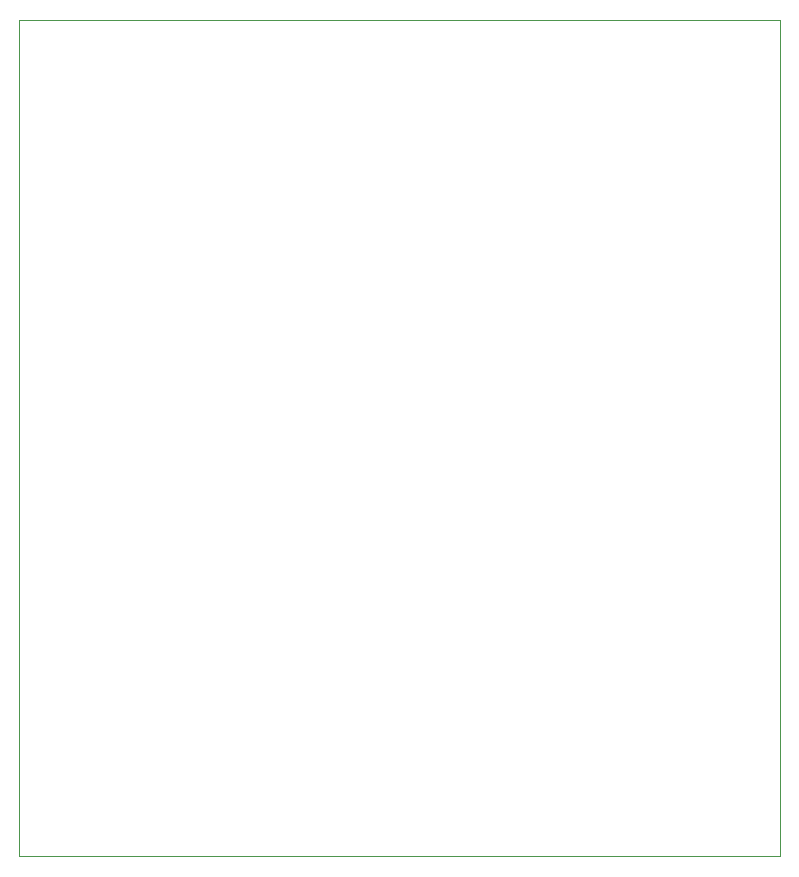
<source format=gbr>
%TF.GenerationSoftware,Altium Limited,Altium Designer,24.10.1 (45)*%
G04 Layer_Color=0*
%FSLAX45Y45*%
%MOMM*%
%TF.SameCoordinates,1B4FBE81-C601-4199-8564-D531C79600A2*%
%TF.FilePolarity,Positive*%
%TF.FileFunction,Profile,NP*%
%TF.Part,Single*%
G01*
G75*
%TA.AperFunction,Profile*%
%ADD38C,0.02540*%
D38*
X0Y0D02*
X6438900D01*
Y7073900D01*
X0D01*
Y0D01*
%TF.MD5,1ef6409c765dd0967957541c1568a3f3*%
M02*

</source>
